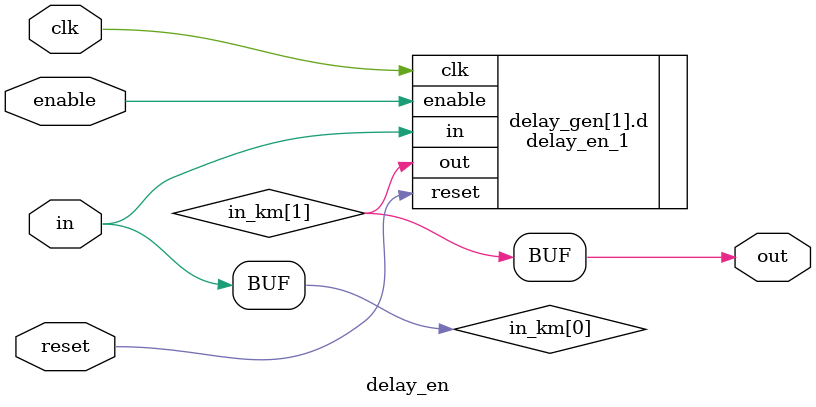
<source format=v>
module delay_en(
    input                     clk,
    input                     reset,
    input                     enable,
    input [(WIDTH-1):0]       in,
    output wire [(WIDTH-1):0] out);

   parameter WIDTH = 1;
   parameter DELAY = 1;

   wire [(WIDTH-1):0] in_km[0:DELAY];

   assign in_km[0] = in;

   genvar i;
   generate
      for(i=1;i<=DELAY;i=i+1) begin:delay_gen
         delay_en_1 #(.WIDTH(WIDTH))
           d(.clk(clk),
             .reset(reset),
             .enable(enable),
             .in(in_km[i-1]),
             .out(in_km[i]));
      end
   endgenerate

   assign out = in_km[DELAY];
   
endmodule
</source>
